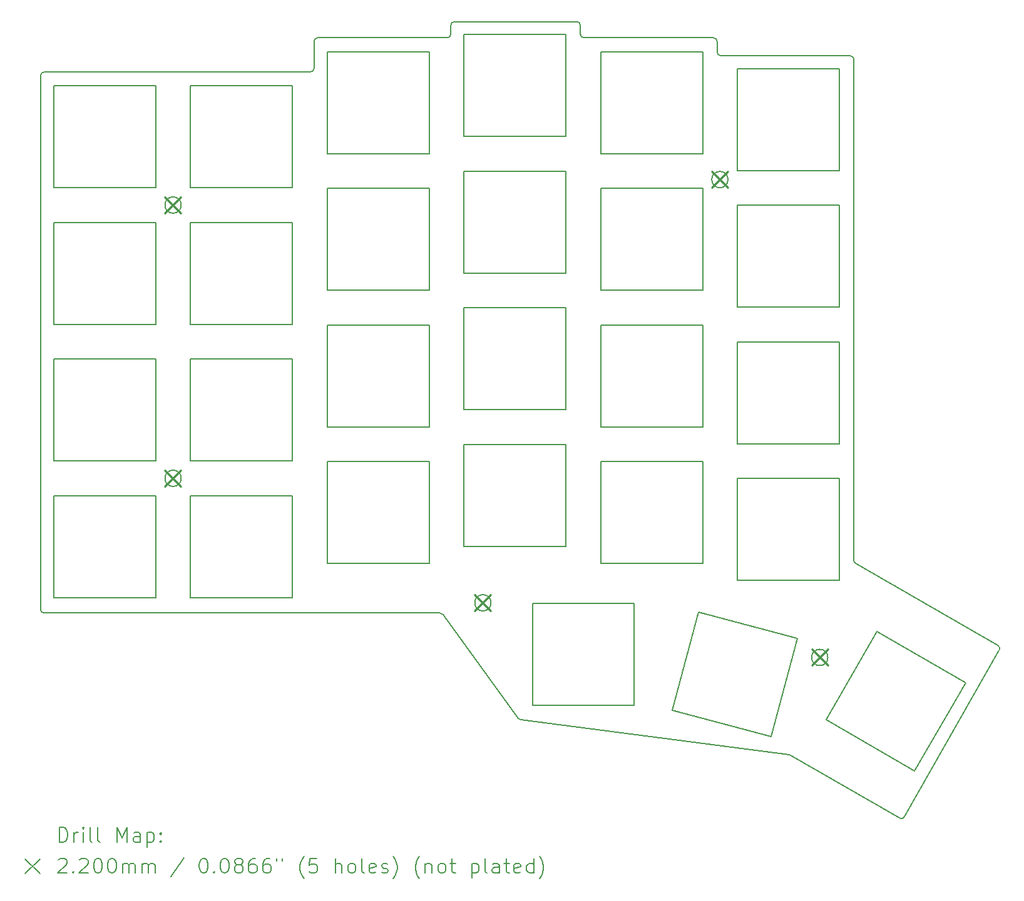
<source format=gbr>
%TF.GenerationSoftware,KiCad,Pcbnew,8.0.8+1*%
%TF.CreationDate,2025-03-02T13:34:38+00:00*%
%TF.ProjectId,frontplate,66726f6e-7470-46c6-9174-652e6b696361,0.2*%
%TF.SameCoordinates,Original*%
%TF.FileFunction,Drillmap*%
%TF.FilePolarity,Positive*%
%FSLAX45Y45*%
G04 Gerber Fmt 4.5, Leading zero omitted, Abs format (unit mm)*
G04 Created by KiCad (PCBNEW 8.0.8+1) date 2025-03-02 13:34:38*
%MOMM*%
%LPD*%
G01*
G04 APERTURE LIST*
%ADD10C,0.150000*%
%ADD11C,0.200000*%
%ADD12C,0.220000*%
G04 APERTURE END LIST*
D10*
X9131699Y-10849749D02*
X9131501Y-3622750D01*
X9181500Y-3572749D02*
X12781501Y-3572651D01*
X12831500Y-3522651D02*
X12831500Y-3160250D01*
X12881500Y-3110250D02*
X14631500Y-3110250D01*
X14681500Y-3060250D02*
X14681500Y-2940950D01*
X14731500Y-2890950D02*
X16384300Y-2890950D01*
X16434300Y-2940950D02*
X16434300Y-3060250D01*
X16484300Y-3110250D02*
X18234300Y-3110250D01*
X18284300Y-3160250D02*
X18284300Y-3303304D01*
X18334296Y-3353304D02*
X20084244Y-3353446D01*
X20134240Y-3403506D02*
X20131800Y-5422717D01*
X20131800Y-5422777D02*
X20131800Y-10183594D01*
X20156800Y-10226896D02*
X22082291Y-11338578D01*
X22100761Y-11406586D02*
X20821272Y-13657791D01*
X20752803Y-13676386D02*
X19277748Y-12824763D01*
X19259239Y-12818488D02*
X15625859Y-12342796D01*
X15591861Y-12322556D02*
X14575723Y-10920164D01*
X14535232Y-10899501D02*
X9181701Y-10899748D01*
X9131501Y-3622750D02*
G75*
G02*
X9181500Y-3572751I49999J0D01*
G01*
X12831500Y-3522651D02*
G75*
G02*
X12781501Y-3572650I-50000J1D01*
G01*
X12831500Y-3160250D02*
G75*
G02*
X12881500Y-3110250I50000J0D01*
G01*
X14681500Y-3060250D02*
G75*
G02*
X14631500Y-3110250I-50000J0D01*
G01*
X14681500Y-2940950D02*
G75*
G02*
X14731500Y-2890950I50000J0D01*
G01*
X16384300Y-2890950D02*
G75*
G02*
X16434300Y-2940950I0J-50000D01*
G01*
X16484300Y-3110250D02*
G75*
G02*
X16434300Y-3060250I0J50000D01*
G01*
X18234300Y-3110250D02*
G75*
G02*
X18284300Y-3160250I0J-50000D01*
G01*
X18334296Y-3353304D02*
G75*
G02*
X18284296Y-3303304I4J50004D01*
G01*
X20084244Y-3353446D02*
G75*
G02*
X20134244Y-3403506I-4J-50004D01*
G01*
X20131800Y-5422717D02*
X20131800Y-5422777D01*
X20156800Y-10226896D02*
G75*
G02*
X20131796Y-10183594I25000J43306D01*
G01*
X22082291Y-11338578D02*
G75*
G02*
X22100761Y-11406586I-25001J-43302D01*
G01*
X20821272Y-13657791D02*
G75*
G02*
X20752802Y-13676388I-43472J24711D01*
G01*
X19259239Y-12818488D02*
G75*
G02*
X19277749Y-12824762I-6489J-49582D01*
G01*
X15625859Y-12342796D02*
G75*
G02*
X15591861Y-12322556I6491J49576D01*
G01*
X14535232Y-10899501D02*
G75*
G02*
X14575720Y-10920166I-2J-49999D01*
G01*
X9181701Y-10899748D02*
G75*
G02*
X9131702Y-10849749I-1J49998D01*
G01*
X9310000Y-10690000D02*
X10690000Y-10690000D01*
X10690000Y-10690000D02*
X10690000Y-9310000D01*
X10690000Y-9310000D02*
X9310000Y-9310000D01*
X9310000Y-9310000D02*
X9310000Y-10690000D01*
X9310000Y-8840000D02*
X10690000Y-8840000D01*
X10690000Y-8840000D02*
X10690000Y-7460000D01*
X10690000Y-7460000D02*
X9310000Y-7460000D01*
X9310000Y-7460000D02*
X9310000Y-8840000D01*
X9310000Y-6990000D02*
X10690000Y-6990000D01*
X10690000Y-6990000D02*
X10690000Y-5610000D01*
X10690000Y-5610000D02*
X9310000Y-5610000D01*
X9310000Y-5610000D02*
X9310000Y-6990000D01*
X9310000Y-5140000D02*
X10690000Y-5140000D01*
X10690000Y-5140000D02*
X10690000Y-3760000D01*
X10690000Y-3760000D02*
X9310000Y-3760000D01*
X9310000Y-3760000D02*
X9310000Y-5140000D01*
X11160000Y-10690000D02*
X12540000Y-10690000D01*
X12540000Y-10690000D02*
X12540000Y-9310000D01*
X12540000Y-9310000D02*
X11160000Y-9310000D01*
X11160000Y-9310000D02*
X11160000Y-10690000D01*
X11160000Y-8840000D02*
X12540000Y-8840000D01*
X12540000Y-8840000D02*
X12540000Y-7460000D01*
X12540000Y-7460000D02*
X11160000Y-7460000D01*
X11160000Y-7460000D02*
X11160000Y-8840000D01*
X11160000Y-6990000D02*
X12540000Y-6990000D01*
X12540000Y-6990000D02*
X12540000Y-5610000D01*
X12540000Y-5610000D02*
X11160000Y-5610000D01*
X11160000Y-5610000D02*
X11160000Y-6990000D01*
X11160000Y-5140000D02*
X12540000Y-5140000D01*
X12540000Y-5140000D02*
X12540000Y-3760000D01*
X12540000Y-3760000D02*
X11160000Y-3760000D01*
X11160000Y-3760000D02*
X11160000Y-5140000D01*
X13010000Y-10227500D02*
X14390000Y-10227500D01*
X14390000Y-10227500D02*
X14390000Y-8847500D01*
X14390000Y-8847500D02*
X13010000Y-8847500D01*
X13010000Y-8847500D02*
X13010000Y-10227500D01*
X13010000Y-8377500D02*
X14390000Y-8377500D01*
X14390000Y-8377500D02*
X14390000Y-6997500D01*
X14390000Y-6997500D02*
X13010000Y-6997500D01*
X13010000Y-6997500D02*
X13010000Y-8377500D01*
X13010000Y-6527500D02*
X14390000Y-6527500D01*
X14390000Y-6527500D02*
X14390000Y-5147500D01*
X14390000Y-5147500D02*
X13010000Y-5147500D01*
X13010000Y-5147500D02*
X13010000Y-6527500D01*
X13010000Y-4677500D02*
X14390000Y-4677500D01*
X14390000Y-4677500D02*
X14390000Y-3297500D01*
X14390000Y-3297500D02*
X13010000Y-3297500D01*
X13010000Y-3297500D02*
X13010000Y-4677500D01*
X14860000Y-9996250D02*
X16240000Y-9996250D01*
X16240000Y-9996250D02*
X16240000Y-8616250D01*
X16240000Y-8616250D02*
X14860000Y-8616250D01*
X14860000Y-8616250D02*
X14860000Y-9996250D01*
X14860000Y-8146250D02*
X16240000Y-8146250D01*
X16240000Y-8146250D02*
X16240000Y-6766250D01*
X16240000Y-6766250D02*
X14860000Y-6766250D01*
X14860000Y-6766250D02*
X14860000Y-8146250D01*
X14860000Y-6296250D02*
X16240000Y-6296250D01*
X16240000Y-6296250D02*
X16240000Y-4916250D01*
X16240000Y-4916250D02*
X14860000Y-4916250D01*
X14860000Y-4916250D02*
X14860000Y-6296250D01*
X14860000Y-4446250D02*
X16240000Y-4446250D01*
X16240000Y-4446250D02*
X16240000Y-3066250D01*
X16240000Y-3066250D02*
X14860000Y-3066250D01*
X14860000Y-3066250D02*
X14860000Y-4446250D01*
X16710000Y-10227500D02*
X18090000Y-10227500D01*
X18090000Y-10227500D02*
X18090000Y-8847500D01*
X18090000Y-8847500D02*
X16710000Y-8847500D01*
X16710000Y-8847500D02*
X16710000Y-10227500D01*
X16710000Y-8377500D02*
X18090000Y-8377500D01*
X18090000Y-8377500D02*
X18090000Y-6997500D01*
X18090000Y-6997500D02*
X16710000Y-6997500D01*
X16710000Y-6997500D02*
X16710000Y-8377500D01*
X16710000Y-6527500D02*
X18090000Y-6527500D01*
X18090000Y-6527500D02*
X18090000Y-5147500D01*
X18090000Y-5147500D02*
X16710000Y-5147500D01*
X16710000Y-5147500D02*
X16710000Y-6527500D01*
X16710000Y-4677500D02*
X18090000Y-4677500D01*
X18090000Y-4677500D02*
X18090000Y-3297500D01*
X18090000Y-3297500D02*
X16710000Y-3297500D01*
X16710000Y-3297500D02*
X16710000Y-4677500D01*
X18560000Y-10458750D02*
X19940000Y-10458750D01*
X19940000Y-10458750D02*
X19940000Y-9078750D01*
X19940000Y-9078750D02*
X18560000Y-9078750D01*
X18560000Y-9078750D02*
X18560000Y-10458750D01*
X18560000Y-8608750D02*
X19940000Y-8608750D01*
X19940000Y-8608750D02*
X19940000Y-7228750D01*
X19940000Y-7228750D02*
X18560000Y-7228750D01*
X18560000Y-7228750D02*
X18560000Y-8608750D01*
X18560000Y-6758750D02*
X19940000Y-6758750D01*
X19940000Y-6758750D02*
X19940000Y-5378750D01*
X19940000Y-5378750D02*
X18560000Y-5378750D01*
X18560000Y-5378750D02*
X18560000Y-6758750D01*
X18560000Y-4908750D02*
X19940000Y-4908750D01*
X19940000Y-4908750D02*
X19940000Y-3528750D01*
X19940000Y-3528750D02*
X18560000Y-3528750D01*
X18560000Y-3528750D02*
X18560000Y-4908750D01*
X15785000Y-12146250D02*
X17165000Y-12146250D01*
X17165000Y-12146250D02*
X17165000Y-10766250D01*
X17165000Y-10766250D02*
X15785000Y-10766250D01*
X15785000Y-10766250D02*
X15785000Y-12146250D01*
X17679926Y-12219154D02*
X19012904Y-12576324D01*
X19012904Y-12576324D02*
X19370074Y-11243346D01*
X19370074Y-11243346D02*
X18037096Y-10886176D01*
X18037096Y-10886176D02*
X17679926Y-12219154D01*
X20953942Y-13037282D02*
X21643942Y-11842167D01*
X21643942Y-11842167D02*
X20448827Y-11152167D01*
X20448827Y-11152167D02*
X19758827Y-12347282D01*
X19758827Y-12347282D02*
X20953942Y-13037282D01*
X11035000Y-5375000D02*
G75*
G02*
X10815000Y-5375000I-110000J0D01*
G01*
X10815000Y-5375000D02*
G75*
G02*
X11035000Y-5375000I110000J0D01*
G01*
X11035000Y-9075000D02*
G75*
G02*
X10815000Y-9075000I-110000J0D01*
G01*
X10815000Y-9075000D02*
G75*
G02*
X11035000Y-9075000I110000J0D01*
G01*
X18431800Y-5029850D02*
G75*
G02*
X18211800Y-5029850I-110000J0D01*
G01*
X18211800Y-5029850D02*
G75*
G02*
X18431800Y-5029850I110000J0D01*
G01*
X15225700Y-10761500D02*
G75*
G02*
X15005700Y-10761500I-110000J0D01*
G01*
X15005700Y-10761500D02*
G75*
G02*
X15225700Y-10761500I110000J0D01*
G01*
X19782460Y-11500675D02*
G75*
G02*
X19562460Y-11500675I-110000J0D01*
G01*
X19562460Y-11500675D02*
G75*
G02*
X19782460Y-11500675I110000J0D01*
G01*
D11*
D12*
X10815000Y-5265000D02*
X11035000Y-5485000D01*
X11035000Y-5265000D02*
X10815000Y-5485000D01*
X10815000Y-8965000D02*
X11035000Y-9185000D01*
X11035000Y-8965000D02*
X10815000Y-9185000D01*
X15005700Y-10651500D02*
X15225700Y-10871500D01*
X15225700Y-10651500D02*
X15005700Y-10871500D01*
X18211800Y-4919850D02*
X18431800Y-5139850D01*
X18431800Y-4919850D02*
X18211800Y-5139850D01*
X19562460Y-11390675D02*
X19782460Y-11610675D01*
X19782460Y-11390675D02*
X19562460Y-11610675D01*
D11*
X9384778Y-14002069D02*
X9384778Y-13802069D01*
X9384778Y-13802069D02*
X9432397Y-13802069D01*
X9432397Y-13802069D02*
X9460969Y-13811592D01*
X9460969Y-13811592D02*
X9480016Y-13830640D01*
X9480016Y-13830640D02*
X9489540Y-13849688D01*
X9489540Y-13849688D02*
X9499064Y-13887783D01*
X9499064Y-13887783D02*
X9499064Y-13916354D01*
X9499064Y-13916354D02*
X9489540Y-13954449D01*
X9489540Y-13954449D02*
X9480016Y-13973497D01*
X9480016Y-13973497D02*
X9460969Y-13992545D01*
X9460969Y-13992545D02*
X9432397Y-14002069D01*
X9432397Y-14002069D02*
X9384778Y-14002069D01*
X9584778Y-14002069D02*
X9584778Y-13868735D01*
X9584778Y-13906830D02*
X9594302Y-13887783D01*
X9594302Y-13887783D02*
X9603826Y-13878259D01*
X9603826Y-13878259D02*
X9622873Y-13868735D01*
X9622873Y-13868735D02*
X9641921Y-13868735D01*
X9708588Y-14002069D02*
X9708588Y-13868735D01*
X9708588Y-13802069D02*
X9699064Y-13811592D01*
X9699064Y-13811592D02*
X9708588Y-13821116D01*
X9708588Y-13821116D02*
X9718112Y-13811592D01*
X9718112Y-13811592D02*
X9708588Y-13802069D01*
X9708588Y-13802069D02*
X9708588Y-13821116D01*
X9832397Y-14002069D02*
X9813350Y-13992545D01*
X9813350Y-13992545D02*
X9803826Y-13973497D01*
X9803826Y-13973497D02*
X9803826Y-13802069D01*
X9937159Y-14002069D02*
X9918112Y-13992545D01*
X9918112Y-13992545D02*
X9908588Y-13973497D01*
X9908588Y-13973497D02*
X9908588Y-13802069D01*
X10165731Y-14002069D02*
X10165731Y-13802069D01*
X10165731Y-13802069D02*
X10232397Y-13944926D01*
X10232397Y-13944926D02*
X10299064Y-13802069D01*
X10299064Y-13802069D02*
X10299064Y-14002069D01*
X10480016Y-14002069D02*
X10480016Y-13897307D01*
X10480016Y-13897307D02*
X10470493Y-13878259D01*
X10470493Y-13878259D02*
X10451445Y-13868735D01*
X10451445Y-13868735D02*
X10413350Y-13868735D01*
X10413350Y-13868735D02*
X10394302Y-13878259D01*
X10480016Y-13992545D02*
X10460969Y-14002069D01*
X10460969Y-14002069D02*
X10413350Y-14002069D01*
X10413350Y-14002069D02*
X10394302Y-13992545D01*
X10394302Y-13992545D02*
X10384778Y-13973497D01*
X10384778Y-13973497D02*
X10384778Y-13954449D01*
X10384778Y-13954449D02*
X10394302Y-13935402D01*
X10394302Y-13935402D02*
X10413350Y-13925878D01*
X10413350Y-13925878D02*
X10460969Y-13925878D01*
X10460969Y-13925878D02*
X10480016Y-13916354D01*
X10575254Y-13868735D02*
X10575254Y-14068735D01*
X10575254Y-13878259D02*
X10594302Y-13868735D01*
X10594302Y-13868735D02*
X10632397Y-13868735D01*
X10632397Y-13868735D02*
X10651445Y-13878259D01*
X10651445Y-13878259D02*
X10660969Y-13887783D01*
X10660969Y-13887783D02*
X10670493Y-13906830D01*
X10670493Y-13906830D02*
X10670493Y-13963973D01*
X10670493Y-13963973D02*
X10660969Y-13983021D01*
X10660969Y-13983021D02*
X10651445Y-13992545D01*
X10651445Y-13992545D02*
X10632397Y-14002069D01*
X10632397Y-14002069D02*
X10594302Y-14002069D01*
X10594302Y-14002069D02*
X10575254Y-13992545D01*
X10756207Y-13983021D02*
X10765731Y-13992545D01*
X10765731Y-13992545D02*
X10756207Y-14002069D01*
X10756207Y-14002069D02*
X10746683Y-13992545D01*
X10746683Y-13992545D02*
X10756207Y-13983021D01*
X10756207Y-13983021D02*
X10756207Y-14002069D01*
X10756207Y-13878259D02*
X10765731Y-13887783D01*
X10765731Y-13887783D02*
X10756207Y-13897307D01*
X10756207Y-13897307D02*
X10746683Y-13887783D01*
X10746683Y-13887783D02*
X10756207Y-13878259D01*
X10756207Y-13878259D02*
X10756207Y-13897307D01*
X8924001Y-14230585D02*
X9124001Y-14430585D01*
X9124001Y-14230585D02*
X8924001Y-14430585D01*
X9375254Y-14241116D02*
X9384778Y-14231592D01*
X9384778Y-14231592D02*
X9403826Y-14222069D01*
X9403826Y-14222069D02*
X9451445Y-14222069D01*
X9451445Y-14222069D02*
X9470493Y-14231592D01*
X9470493Y-14231592D02*
X9480016Y-14241116D01*
X9480016Y-14241116D02*
X9489540Y-14260164D01*
X9489540Y-14260164D02*
X9489540Y-14279211D01*
X9489540Y-14279211D02*
X9480016Y-14307783D01*
X9480016Y-14307783D02*
X9365731Y-14422069D01*
X9365731Y-14422069D02*
X9489540Y-14422069D01*
X9575254Y-14403021D02*
X9584778Y-14412545D01*
X9584778Y-14412545D02*
X9575254Y-14422069D01*
X9575254Y-14422069D02*
X9565731Y-14412545D01*
X9565731Y-14412545D02*
X9575254Y-14403021D01*
X9575254Y-14403021D02*
X9575254Y-14422069D01*
X9660969Y-14241116D02*
X9670493Y-14231592D01*
X9670493Y-14231592D02*
X9689540Y-14222069D01*
X9689540Y-14222069D02*
X9737159Y-14222069D01*
X9737159Y-14222069D02*
X9756207Y-14231592D01*
X9756207Y-14231592D02*
X9765731Y-14241116D01*
X9765731Y-14241116D02*
X9775254Y-14260164D01*
X9775254Y-14260164D02*
X9775254Y-14279211D01*
X9775254Y-14279211D02*
X9765731Y-14307783D01*
X9765731Y-14307783D02*
X9651445Y-14422069D01*
X9651445Y-14422069D02*
X9775254Y-14422069D01*
X9899064Y-14222069D02*
X9918112Y-14222069D01*
X9918112Y-14222069D02*
X9937159Y-14231592D01*
X9937159Y-14231592D02*
X9946683Y-14241116D01*
X9946683Y-14241116D02*
X9956207Y-14260164D01*
X9956207Y-14260164D02*
X9965731Y-14298259D01*
X9965731Y-14298259D02*
X9965731Y-14345878D01*
X9965731Y-14345878D02*
X9956207Y-14383973D01*
X9956207Y-14383973D02*
X9946683Y-14403021D01*
X9946683Y-14403021D02*
X9937159Y-14412545D01*
X9937159Y-14412545D02*
X9918112Y-14422069D01*
X9918112Y-14422069D02*
X9899064Y-14422069D01*
X9899064Y-14422069D02*
X9880016Y-14412545D01*
X9880016Y-14412545D02*
X9870493Y-14403021D01*
X9870493Y-14403021D02*
X9860969Y-14383973D01*
X9860969Y-14383973D02*
X9851445Y-14345878D01*
X9851445Y-14345878D02*
X9851445Y-14298259D01*
X9851445Y-14298259D02*
X9860969Y-14260164D01*
X9860969Y-14260164D02*
X9870493Y-14241116D01*
X9870493Y-14241116D02*
X9880016Y-14231592D01*
X9880016Y-14231592D02*
X9899064Y-14222069D01*
X10089540Y-14222069D02*
X10108588Y-14222069D01*
X10108588Y-14222069D02*
X10127635Y-14231592D01*
X10127635Y-14231592D02*
X10137159Y-14241116D01*
X10137159Y-14241116D02*
X10146683Y-14260164D01*
X10146683Y-14260164D02*
X10156207Y-14298259D01*
X10156207Y-14298259D02*
X10156207Y-14345878D01*
X10156207Y-14345878D02*
X10146683Y-14383973D01*
X10146683Y-14383973D02*
X10137159Y-14403021D01*
X10137159Y-14403021D02*
X10127635Y-14412545D01*
X10127635Y-14412545D02*
X10108588Y-14422069D01*
X10108588Y-14422069D02*
X10089540Y-14422069D01*
X10089540Y-14422069D02*
X10070493Y-14412545D01*
X10070493Y-14412545D02*
X10060969Y-14403021D01*
X10060969Y-14403021D02*
X10051445Y-14383973D01*
X10051445Y-14383973D02*
X10041921Y-14345878D01*
X10041921Y-14345878D02*
X10041921Y-14298259D01*
X10041921Y-14298259D02*
X10051445Y-14260164D01*
X10051445Y-14260164D02*
X10060969Y-14241116D01*
X10060969Y-14241116D02*
X10070493Y-14231592D01*
X10070493Y-14231592D02*
X10089540Y-14222069D01*
X10241921Y-14422069D02*
X10241921Y-14288735D01*
X10241921Y-14307783D02*
X10251445Y-14298259D01*
X10251445Y-14298259D02*
X10270493Y-14288735D01*
X10270493Y-14288735D02*
X10299064Y-14288735D01*
X10299064Y-14288735D02*
X10318112Y-14298259D01*
X10318112Y-14298259D02*
X10327635Y-14317307D01*
X10327635Y-14317307D02*
X10327635Y-14422069D01*
X10327635Y-14317307D02*
X10337159Y-14298259D01*
X10337159Y-14298259D02*
X10356207Y-14288735D01*
X10356207Y-14288735D02*
X10384778Y-14288735D01*
X10384778Y-14288735D02*
X10403826Y-14298259D01*
X10403826Y-14298259D02*
X10413350Y-14317307D01*
X10413350Y-14317307D02*
X10413350Y-14422069D01*
X10508588Y-14422069D02*
X10508588Y-14288735D01*
X10508588Y-14307783D02*
X10518112Y-14298259D01*
X10518112Y-14298259D02*
X10537159Y-14288735D01*
X10537159Y-14288735D02*
X10565731Y-14288735D01*
X10565731Y-14288735D02*
X10584778Y-14298259D01*
X10584778Y-14298259D02*
X10594302Y-14317307D01*
X10594302Y-14317307D02*
X10594302Y-14422069D01*
X10594302Y-14317307D02*
X10603826Y-14298259D01*
X10603826Y-14298259D02*
X10622874Y-14288735D01*
X10622874Y-14288735D02*
X10651445Y-14288735D01*
X10651445Y-14288735D02*
X10670493Y-14298259D01*
X10670493Y-14298259D02*
X10680016Y-14317307D01*
X10680016Y-14317307D02*
X10680016Y-14422069D01*
X11070493Y-14212545D02*
X10899064Y-14469688D01*
X11327635Y-14222069D02*
X11346683Y-14222069D01*
X11346683Y-14222069D02*
X11365731Y-14231592D01*
X11365731Y-14231592D02*
X11375255Y-14241116D01*
X11375255Y-14241116D02*
X11384778Y-14260164D01*
X11384778Y-14260164D02*
X11394302Y-14298259D01*
X11394302Y-14298259D02*
X11394302Y-14345878D01*
X11394302Y-14345878D02*
X11384778Y-14383973D01*
X11384778Y-14383973D02*
X11375255Y-14403021D01*
X11375255Y-14403021D02*
X11365731Y-14412545D01*
X11365731Y-14412545D02*
X11346683Y-14422069D01*
X11346683Y-14422069D02*
X11327635Y-14422069D01*
X11327635Y-14422069D02*
X11308588Y-14412545D01*
X11308588Y-14412545D02*
X11299064Y-14403021D01*
X11299064Y-14403021D02*
X11289540Y-14383973D01*
X11289540Y-14383973D02*
X11280016Y-14345878D01*
X11280016Y-14345878D02*
X11280016Y-14298259D01*
X11280016Y-14298259D02*
X11289540Y-14260164D01*
X11289540Y-14260164D02*
X11299064Y-14241116D01*
X11299064Y-14241116D02*
X11308588Y-14231592D01*
X11308588Y-14231592D02*
X11327635Y-14222069D01*
X11480016Y-14403021D02*
X11489540Y-14412545D01*
X11489540Y-14412545D02*
X11480016Y-14422069D01*
X11480016Y-14422069D02*
X11470493Y-14412545D01*
X11470493Y-14412545D02*
X11480016Y-14403021D01*
X11480016Y-14403021D02*
X11480016Y-14422069D01*
X11613350Y-14222069D02*
X11632397Y-14222069D01*
X11632397Y-14222069D02*
X11651445Y-14231592D01*
X11651445Y-14231592D02*
X11660969Y-14241116D01*
X11660969Y-14241116D02*
X11670493Y-14260164D01*
X11670493Y-14260164D02*
X11680016Y-14298259D01*
X11680016Y-14298259D02*
X11680016Y-14345878D01*
X11680016Y-14345878D02*
X11670493Y-14383973D01*
X11670493Y-14383973D02*
X11660969Y-14403021D01*
X11660969Y-14403021D02*
X11651445Y-14412545D01*
X11651445Y-14412545D02*
X11632397Y-14422069D01*
X11632397Y-14422069D02*
X11613350Y-14422069D01*
X11613350Y-14422069D02*
X11594302Y-14412545D01*
X11594302Y-14412545D02*
X11584778Y-14403021D01*
X11584778Y-14403021D02*
X11575255Y-14383973D01*
X11575255Y-14383973D02*
X11565731Y-14345878D01*
X11565731Y-14345878D02*
X11565731Y-14298259D01*
X11565731Y-14298259D02*
X11575255Y-14260164D01*
X11575255Y-14260164D02*
X11584778Y-14241116D01*
X11584778Y-14241116D02*
X11594302Y-14231592D01*
X11594302Y-14231592D02*
X11613350Y-14222069D01*
X11794302Y-14307783D02*
X11775255Y-14298259D01*
X11775255Y-14298259D02*
X11765731Y-14288735D01*
X11765731Y-14288735D02*
X11756207Y-14269688D01*
X11756207Y-14269688D02*
X11756207Y-14260164D01*
X11756207Y-14260164D02*
X11765731Y-14241116D01*
X11765731Y-14241116D02*
X11775255Y-14231592D01*
X11775255Y-14231592D02*
X11794302Y-14222069D01*
X11794302Y-14222069D02*
X11832397Y-14222069D01*
X11832397Y-14222069D02*
X11851445Y-14231592D01*
X11851445Y-14231592D02*
X11860969Y-14241116D01*
X11860969Y-14241116D02*
X11870493Y-14260164D01*
X11870493Y-14260164D02*
X11870493Y-14269688D01*
X11870493Y-14269688D02*
X11860969Y-14288735D01*
X11860969Y-14288735D02*
X11851445Y-14298259D01*
X11851445Y-14298259D02*
X11832397Y-14307783D01*
X11832397Y-14307783D02*
X11794302Y-14307783D01*
X11794302Y-14307783D02*
X11775255Y-14317307D01*
X11775255Y-14317307D02*
X11765731Y-14326830D01*
X11765731Y-14326830D02*
X11756207Y-14345878D01*
X11756207Y-14345878D02*
X11756207Y-14383973D01*
X11756207Y-14383973D02*
X11765731Y-14403021D01*
X11765731Y-14403021D02*
X11775255Y-14412545D01*
X11775255Y-14412545D02*
X11794302Y-14422069D01*
X11794302Y-14422069D02*
X11832397Y-14422069D01*
X11832397Y-14422069D02*
X11851445Y-14412545D01*
X11851445Y-14412545D02*
X11860969Y-14403021D01*
X11860969Y-14403021D02*
X11870493Y-14383973D01*
X11870493Y-14383973D02*
X11870493Y-14345878D01*
X11870493Y-14345878D02*
X11860969Y-14326830D01*
X11860969Y-14326830D02*
X11851445Y-14317307D01*
X11851445Y-14317307D02*
X11832397Y-14307783D01*
X12041921Y-14222069D02*
X12003826Y-14222069D01*
X12003826Y-14222069D02*
X11984778Y-14231592D01*
X11984778Y-14231592D02*
X11975255Y-14241116D01*
X11975255Y-14241116D02*
X11956207Y-14269688D01*
X11956207Y-14269688D02*
X11946683Y-14307783D01*
X11946683Y-14307783D02*
X11946683Y-14383973D01*
X11946683Y-14383973D02*
X11956207Y-14403021D01*
X11956207Y-14403021D02*
X11965731Y-14412545D01*
X11965731Y-14412545D02*
X11984778Y-14422069D01*
X11984778Y-14422069D02*
X12022874Y-14422069D01*
X12022874Y-14422069D02*
X12041921Y-14412545D01*
X12041921Y-14412545D02*
X12051445Y-14403021D01*
X12051445Y-14403021D02*
X12060969Y-14383973D01*
X12060969Y-14383973D02*
X12060969Y-14336354D01*
X12060969Y-14336354D02*
X12051445Y-14317307D01*
X12051445Y-14317307D02*
X12041921Y-14307783D01*
X12041921Y-14307783D02*
X12022874Y-14298259D01*
X12022874Y-14298259D02*
X11984778Y-14298259D01*
X11984778Y-14298259D02*
X11965731Y-14307783D01*
X11965731Y-14307783D02*
X11956207Y-14317307D01*
X11956207Y-14317307D02*
X11946683Y-14336354D01*
X12232397Y-14222069D02*
X12194302Y-14222069D01*
X12194302Y-14222069D02*
X12175255Y-14231592D01*
X12175255Y-14231592D02*
X12165731Y-14241116D01*
X12165731Y-14241116D02*
X12146683Y-14269688D01*
X12146683Y-14269688D02*
X12137159Y-14307783D01*
X12137159Y-14307783D02*
X12137159Y-14383973D01*
X12137159Y-14383973D02*
X12146683Y-14403021D01*
X12146683Y-14403021D02*
X12156207Y-14412545D01*
X12156207Y-14412545D02*
X12175255Y-14422069D01*
X12175255Y-14422069D02*
X12213350Y-14422069D01*
X12213350Y-14422069D02*
X12232397Y-14412545D01*
X12232397Y-14412545D02*
X12241921Y-14403021D01*
X12241921Y-14403021D02*
X12251445Y-14383973D01*
X12251445Y-14383973D02*
X12251445Y-14336354D01*
X12251445Y-14336354D02*
X12241921Y-14317307D01*
X12241921Y-14317307D02*
X12232397Y-14307783D01*
X12232397Y-14307783D02*
X12213350Y-14298259D01*
X12213350Y-14298259D02*
X12175255Y-14298259D01*
X12175255Y-14298259D02*
X12156207Y-14307783D01*
X12156207Y-14307783D02*
X12146683Y-14317307D01*
X12146683Y-14317307D02*
X12137159Y-14336354D01*
X12327636Y-14222069D02*
X12327636Y-14260164D01*
X12403826Y-14222069D02*
X12403826Y-14260164D01*
X12699064Y-14498259D02*
X12689540Y-14488735D01*
X12689540Y-14488735D02*
X12670493Y-14460164D01*
X12670493Y-14460164D02*
X12660969Y-14441116D01*
X12660969Y-14441116D02*
X12651445Y-14412545D01*
X12651445Y-14412545D02*
X12641921Y-14364926D01*
X12641921Y-14364926D02*
X12641921Y-14326830D01*
X12641921Y-14326830D02*
X12651445Y-14279211D01*
X12651445Y-14279211D02*
X12660969Y-14250640D01*
X12660969Y-14250640D02*
X12670493Y-14231592D01*
X12670493Y-14231592D02*
X12689540Y-14203021D01*
X12689540Y-14203021D02*
X12699064Y-14193497D01*
X12870493Y-14222069D02*
X12775255Y-14222069D01*
X12775255Y-14222069D02*
X12765731Y-14317307D01*
X12765731Y-14317307D02*
X12775255Y-14307783D01*
X12775255Y-14307783D02*
X12794302Y-14298259D01*
X12794302Y-14298259D02*
X12841921Y-14298259D01*
X12841921Y-14298259D02*
X12860969Y-14307783D01*
X12860969Y-14307783D02*
X12870493Y-14317307D01*
X12870493Y-14317307D02*
X12880017Y-14336354D01*
X12880017Y-14336354D02*
X12880017Y-14383973D01*
X12880017Y-14383973D02*
X12870493Y-14403021D01*
X12870493Y-14403021D02*
X12860969Y-14412545D01*
X12860969Y-14412545D02*
X12841921Y-14422069D01*
X12841921Y-14422069D02*
X12794302Y-14422069D01*
X12794302Y-14422069D02*
X12775255Y-14412545D01*
X12775255Y-14412545D02*
X12765731Y-14403021D01*
X13118112Y-14422069D02*
X13118112Y-14222069D01*
X13203826Y-14422069D02*
X13203826Y-14317307D01*
X13203826Y-14317307D02*
X13194302Y-14298259D01*
X13194302Y-14298259D02*
X13175255Y-14288735D01*
X13175255Y-14288735D02*
X13146683Y-14288735D01*
X13146683Y-14288735D02*
X13127636Y-14298259D01*
X13127636Y-14298259D02*
X13118112Y-14307783D01*
X13327636Y-14422069D02*
X13308588Y-14412545D01*
X13308588Y-14412545D02*
X13299064Y-14403021D01*
X13299064Y-14403021D02*
X13289540Y-14383973D01*
X13289540Y-14383973D02*
X13289540Y-14326830D01*
X13289540Y-14326830D02*
X13299064Y-14307783D01*
X13299064Y-14307783D02*
X13308588Y-14298259D01*
X13308588Y-14298259D02*
X13327636Y-14288735D01*
X13327636Y-14288735D02*
X13356207Y-14288735D01*
X13356207Y-14288735D02*
X13375255Y-14298259D01*
X13375255Y-14298259D02*
X13384779Y-14307783D01*
X13384779Y-14307783D02*
X13394302Y-14326830D01*
X13394302Y-14326830D02*
X13394302Y-14383973D01*
X13394302Y-14383973D02*
X13384779Y-14403021D01*
X13384779Y-14403021D02*
X13375255Y-14412545D01*
X13375255Y-14412545D02*
X13356207Y-14422069D01*
X13356207Y-14422069D02*
X13327636Y-14422069D01*
X13508588Y-14422069D02*
X13489540Y-14412545D01*
X13489540Y-14412545D02*
X13480017Y-14393497D01*
X13480017Y-14393497D02*
X13480017Y-14222069D01*
X13660969Y-14412545D02*
X13641921Y-14422069D01*
X13641921Y-14422069D02*
X13603826Y-14422069D01*
X13603826Y-14422069D02*
X13584779Y-14412545D01*
X13584779Y-14412545D02*
X13575255Y-14393497D01*
X13575255Y-14393497D02*
X13575255Y-14317307D01*
X13575255Y-14317307D02*
X13584779Y-14298259D01*
X13584779Y-14298259D02*
X13603826Y-14288735D01*
X13603826Y-14288735D02*
X13641921Y-14288735D01*
X13641921Y-14288735D02*
X13660969Y-14298259D01*
X13660969Y-14298259D02*
X13670493Y-14317307D01*
X13670493Y-14317307D02*
X13670493Y-14336354D01*
X13670493Y-14336354D02*
X13575255Y-14355402D01*
X13746683Y-14412545D02*
X13765731Y-14422069D01*
X13765731Y-14422069D02*
X13803826Y-14422069D01*
X13803826Y-14422069D02*
X13822874Y-14412545D01*
X13822874Y-14412545D02*
X13832398Y-14393497D01*
X13832398Y-14393497D02*
X13832398Y-14383973D01*
X13832398Y-14383973D02*
X13822874Y-14364926D01*
X13822874Y-14364926D02*
X13803826Y-14355402D01*
X13803826Y-14355402D02*
X13775255Y-14355402D01*
X13775255Y-14355402D02*
X13756207Y-14345878D01*
X13756207Y-14345878D02*
X13746683Y-14326830D01*
X13746683Y-14326830D02*
X13746683Y-14317307D01*
X13746683Y-14317307D02*
X13756207Y-14298259D01*
X13756207Y-14298259D02*
X13775255Y-14288735D01*
X13775255Y-14288735D02*
X13803826Y-14288735D01*
X13803826Y-14288735D02*
X13822874Y-14298259D01*
X13899064Y-14498259D02*
X13908588Y-14488735D01*
X13908588Y-14488735D02*
X13927636Y-14460164D01*
X13927636Y-14460164D02*
X13937160Y-14441116D01*
X13937160Y-14441116D02*
X13946683Y-14412545D01*
X13946683Y-14412545D02*
X13956207Y-14364926D01*
X13956207Y-14364926D02*
X13956207Y-14326830D01*
X13956207Y-14326830D02*
X13946683Y-14279211D01*
X13946683Y-14279211D02*
X13937160Y-14250640D01*
X13937160Y-14250640D02*
X13927636Y-14231592D01*
X13927636Y-14231592D02*
X13908588Y-14203021D01*
X13908588Y-14203021D02*
X13899064Y-14193497D01*
X14260969Y-14498259D02*
X14251445Y-14488735D01*
X14251445Y-14488735D02*
X14232398Y-14460164D01*
X14232398Y-14460164D02*
X14222874Y-14441116D01*
X14222874Y-14441116D02*
X14213350Y-14412545D01*
X14213350Y-14412545D02*
X14203826Y-14364926D01*
X14203826Y-14364926D02*
X14203826Y-14326830D01*
X14203826Y-14326830D02*
X14213350Y-14279211D01*
X14213350Y-14279211D02*
X14222874Y-14250640D01*
X14222874Y-14250640D02*
X14232398Y-14231592D01*
X14232398Y-14231592D02*
X14251445Y-14203021D01*
X14251445Y-14203021D02*
X14260969Y-14193497D01*
X14337160Y-14288735D02*
X14337160Y-14422069D01*
X14337160Y-14307783D02*
X14346683Y-14298259D01*
X14346683Y-14298259D02*
X14365731Y-14288735D01*
X14365731Y-14288735D02*
X14394302Y-14288735D01*
X14394302Y-14288735D02*
X14413350Y-14298259D01*
X14413350Y-14298259D02*
X14422874Y-14317307D01*
X14422874Y-14317307D02*
X14422874Y-14422069D01*
X14546683Y-14422069D02*
X14527636Y-14412545D01*
X14527636Y-14412545D02*
X14518112Y-14403021D01*
X14518112Y-14403021D02*
X14508588Y-14383973D01*
X14508588Y-14383973D02*
X14508588Y-14326830D01*
X14508588Y-14326830D02*
X14518112Y-14307783D01*
X14518112Y-14307783D02*
X14527636Y-14298259D01*
X14527636Y-14298259D02*
X14546683Y-14288735D01*
X14546683Y-14288735D02*
X14575255Y-14288735D01*
X14575255Y-14288735D02*
X14594302Y-14298259D01*
X14594302Y-14298259D02*
X14603826Y-14307783D01*
X14603826Y-14307783D02*
X14613350Y-14326830D01*
X14613350Y-14326830D02*
X14613350Y-14383973D01*
X14613350Y-14383973D02*
X14603826Y-14403021D01*
X14603826Y-14403021D02*
X14594302Y-14412545D01*
X14594302Y-14412545D02*
X14575255Y-14422069D01*
X14575255Y-14422069D02*
X14546683Y-14422069D01*
X14670493Y-14288735D02*
X14746683Y-14288735D01*
X14699064Y-14222069D02*
X14699064Y-14393497D01*
X14699064Y-14393497D02*
X14708588Y-14412545D01*
X14708588Y-14412545D02*
X14727636Y-14422069D01*
X14727636Y-14422069D02*
X14746683Y-14422069D01*
X14965731Y-14288735D02*
X14965731Y-14488735D01*
X14965731Y-14298259D02*
X14984779Y-14288735D01*
X14984779Y-14288735D02*
X15022874Y-14288735D01*
X15022874Y-14288735D02*
X15041922Y-14298259D01*
X15041922Y-14298259D02*
X15051445Y-14307783D01*
X15051445Y-14307783D02*
X15060969Y-14326830D01*
X15060969Y-14326830D02*
X15060969Y-14383973D01*
X15060969Y-14383973D02*
X15051445Y-14403021D01*
X15051445Y-14403021D02*
X15041922Y-14412545D01*
X15041922Y-14412545D02*
X15022874Y-14422069D01*
X15022874Y-14422069D02*
X14984779Y-14422069D01*
X14984779Y-14422069D02*
X14965731Y-14412545D01*
X15175255Y-14422069D02*
X15156207Y-14412545D01*
X15156207Y-14412545D02*
X15146683Y-14393497D01*
X15146683Y-14393497D02*
X15146683Y-14222069D01*
X15337160Y-14422069D02*
X15337160Y-14317307D01*
X15337160Y-14317307D02*
X15327636Y-14298259D01*
X15327636Y-14298259D02*
X15308588Y-14288735D01*
X15308588Y-14288735D02*
X15270493Y-14288735D01*
X15270493Y-14288735D02*
X15251445Y-14298259D01*
X15337160Y-14412545D02*
X15318112Y-14422069D01*
X15318112Y-14422069D02*
X15270493Y-14422069D01*
X15270493Y-14422069D02*
X15251445Y-14412545D01*
X15251445Y-14412545D02*
X15241922Y-14393497D01*
X15241922Y-14393497D02*
X15241922Y-14374449D01*
X15241922Y-14374449D02*
X15251445Y-14355402D01*
X15251445Y-14355402D02*
X15270493Y-14345878D01*
X15270493Y-14345878D02*
X15318112Y-14345878D01*
X15318112Y-14345878D02*
X15337160Y-14336354D01*
X15403826Y-14288735D02*
X15480017Y-14288735D01*
X15432398Y-14222069D02*
X15432398Y-14393497D01*
X15432398Y-14393497D02*
X15441922Y-14412545D01*
X15441922Y-14412545D02*
X15460969Y-14422069D01*
X15460969Y-14422069D02*
X15480017Y-14422069D01*
X15622874Y-14412545D02*
X15603826Y-14422069D01*
X15603826Y-14422069D02*
X15565731Y-14422069D01*
X15565731Y-14422069D02*
X15546683Y-14412545D01*
X15546683Y-14412545D02*
X15537160Y-14393497D01*
X15537160Y-14393497D02*
X15537160Y-14317307D01*
X15537160Y-14317307D02*
X15546683Y-14298259D01*
X15546683Y-14298259D02*
X15565731Y-14288735D01*
X15565731Y-14288735D02*
X15603826Y-14288735D01*
X15603826Y-14288735D02*
X15622874Y-14298259D01*
X15622874Y-14298259D02*
X15632398Y-14317307D01*
X15632398Y-14317307D02*
X15632398Y-14336354D01*
X15632398Y-14336354D02*
X15537160Y-14355402D01*
X15803826Y-14422069D02*
X15803826Y-14222069D01*
X15803826Y-14412545D02*
X15784779Y-14422069D01*
X15784779Y-14422069D02*
X15746683Y-14422069D01*
X15746683Y-14422069D02*
X15727636Y-14412545D01*
X15727636Y-14412545D02*
X15718112Y-14403021D01*
X15718112Y-14403021D02*
X15708588Y-14383973D01*
X15708588Y-14383973D02*
X15708588Y-14326830D01*
X15708588Y-14326830D02*
X15718112Y-14307783D01*
X15718112Y-14307783D02*
X15727636Y-14298259D01*
X15727636Y-14298259D02*
X15746683Y-14288735D01*
X15746683Y-14288735D02*
X15784779Y-14288735D01*
X15784779Y-14288735D02*
X15803826Y-14298259D01*
X15880017Y-14498259D02*
X15889541Y-14488735D01*
X15889541Y-14488735D02*
X15908588Y-14460164D01*
X15908588Y-14460164D02*
X15918112Y-14441116D01*
X15918112Y-14441116D02*
X15927636Y-14412545D01*
X15927636Y-14412545D02*
X15937160Y-14364926D01*
X15937160Y-14364926D02*
X15937160Y-14326830D01*
X15937160Y-14326830D02*
X15927636Y-14279211D01*
X15927636Y-14279211D02*
X15918112Y-14250640D01*
X15918112Y-14250640D02*
X15908588Y-14231592D01*
X15908588Y-14231592D02*
X15889541Y-14203021D01*
X15889541Y-14203021D02*
X15880017Y-14193497D01*
M02*

</source>
